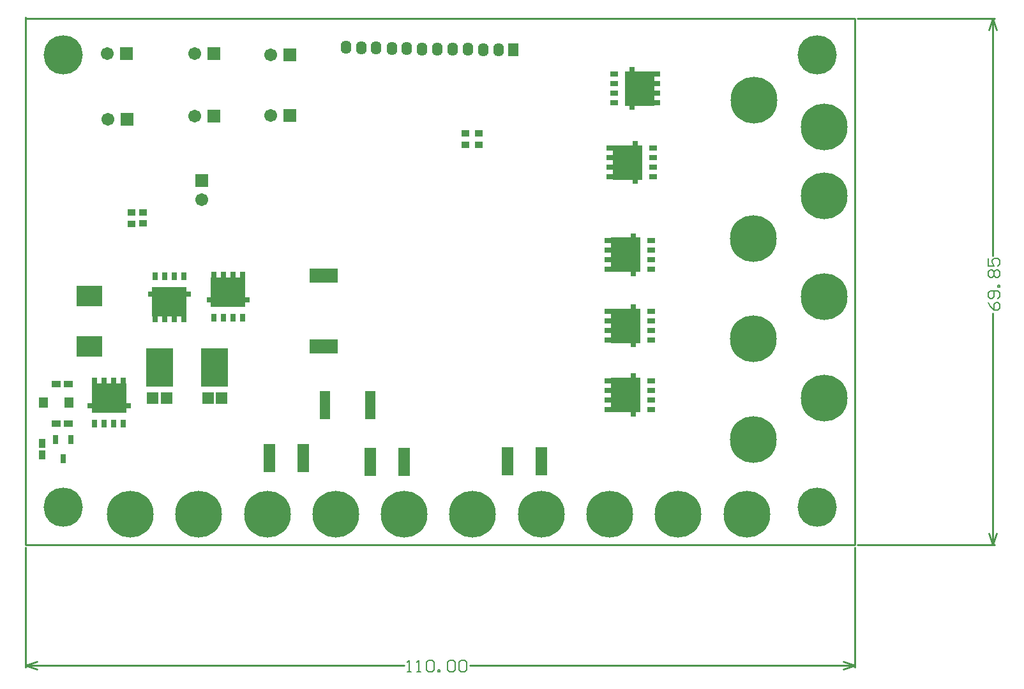
<source format=gbs>
%FSLAX25Y25*%
%MOIN*%
G70*
G01*
G75*
G04 Layer_Color=16711935*
%ADD10C,0.01000*%
%ADD11C,0.00800*%
%ADD12C,0.02000*%
%ADD13C,0.01500*%
%ADD14R,0.07874X0.09843*%
%ADD15R,0.03937X0.02362*%
%ADD16R,0.02756X0.03347*%
%ADD17R,0.03347X0.02756*%
%ADD18R,0.02362X0.03937*%
%ADD19R,0.09843X0.07874*%
%ADD20R,0.03150X0.03000*%
%ADD21R,0.01102X0.02618*%
%ADD22R,0.02618X0.01102*%
%ADD23R,0.08425X0.08425*%
%ADD24R,0.05118X0.03937*%
%ADD25R,0.07087X0.03937*%
%ADD26R,0.13780X0.04724*%
%ADD27R,0.10630X0.03937*%
%ADD28C,0.04000*%
%ADD29R,0.10400X0.19500*%
%ADD30R,0.29800X0.09500*%
%ADD31R,0.09700X0.12600*%
%ADD32R,0.21700X0.08200*%
%ADD33R,0.14400X0.15700*%
%ADD34R,0.31850X0.07800*%
%ADD35R,0.22100X0.07800*%
%ADD36R,0.09250X0.32500*%
%ADD37R,0.35100X0.09500*%
%ADD38R,0.13950X0.24700*%
%ADD39R,0.15400X0.30700*%
%ADD40R,0.11100X0.37200*%
%ADD41R,0.43600X0.19500*%
%ADD42R,0.55200X0.21700*%
%ADD43R,0.28700X0.30200*%
%ADD44R,0.23100X0.37800*%
%ADD45R,0.46700X0.47800*%
%ADD46R,0.48000X1.67000*%
%ADD47R,0.40000X0.63500*%
%ADD48R,2.47000X0.34000*%
%ADD49R,0.27000X0.39600*%
%ADD50R,0.32000X0.43000*%
%ADD51R,0.28000X0.46000*%
%ADD52C,0.00600*%
%ADD53C,0.05906*%
%ADD54R,0.05906X0.05906*%
%ADD55R,0.04724X0.06299*%
%ADD56O,0.04724X0.06299*%
%ADD57C,0.23622*%
%ADD58R,0.05906X0.05906*%
%ADD59C,0.19685*%
%ADD60C,0.03000*%
%ADD61C,0.02000*%
%ADD62C,0.05500*%
%ADD63R,0.03000X0.04000*%
%ADD64R,0.04000X0.03000*%
%ADD65R,0.04331X0.04724*%
%ADD66R,0.12992X0.09843*%
%ADD67R,0.03543X0.02126*%
%ADD68R,0.01969X0.06299*%
%ADD69R,0.14410X0.07874*%
%ADD70R,0.14410X0.09843*%
%ADD71R,0.05118X0.13780*%
%ADD72R,0.04724X0.13780*%
%ADD73R,0.13386X0.19291*%
%ADD74R,0.05512X0.05512*%
%ADD75R,0.09843X0.14410*%
%ADD76R,0.07874X0.14410*%
%ADD77R,0.06299X0.01969*%
%ADD78R,0.02126X0.03543*%
%ADD79R,0.14016X0.07008*%
%ADD80R,0.23900X0.07400*%
%ADD81R,0.06600X0.29900*%
%ADD82R,0.31161X0.10375*%
%ADD83R,0.10100X0.35200*%
%ADD84R,0.32275X0.09409*%
%ADD85R,0.13400X0.33200*%
%ADD86R,0.09200X0.34200*%
%ADD87R,0.31475X0.09309*%
%ADD88R,0.36300X0.11700*%
%ADD89R,0.07800X0.28400*%
%ADD90R,0.34500X0.09900*%
%ADD91R,0.06800X0.25700*%
%ADD92R,0.33050X0.09400*%
%ADD93R,0.08800X0.24200*%
%ADD94R,0.35000X0.11700*%
%ADD95R,0.13000X0.24000*%
%ADD96R,0.32000X2.10000*%
%ADD97R,0.15000X0.04000*%
%ADD98R,0.15000X0.03000*%
%ADD99R,0.65000X0.49000*%
%ADD100R,0.10000X0.48000*%
%ADD101R,0.85000X0.08000*%
%ADD102R,0.38000X0.18000*%
%ADD103R,0.16000X0.49000*%
%ADD104R,0.32000X0.47000*%
%ADD105R,0.03000X0.08000*%
%ADD106C,0.00500*%
%ADD107C,0.00591*%
%ADD108C,0.00787*%
%ADD109R,0.11900X0.28100*%
%ADD110R,0.28600X0.18100*%
%ADD111R,0.25200X0.35000*%
%ADD112R,0.07300X0.32200*%
%ADD113R,0.36300X0.15600*%
%ADD114R,0.19800X0.35200*%
%ADD115R,0.64900X0.18900*%
%ADD116R,0.13100X1.63900*%
%ADD117R,2.36600X0.30300*%
%ADD118R,0.14400X1.76600*%
%ADD119R,0.08674X0.10642*%
%ADD120R,0.04737X0.03162*%
%ADD121R,0.03556X0.04147*%
%ADD122R,0.04147X0.03556*%
%ADD123R,0.03162X0.04737*%
%ADD124R,0.10642X0.08674*%
%ADD125R,0.03950X0.03800*%
%ADD126R,0.01902X0.03418*%
%ADD127R,0.03418X0.01902*%
%ADD128R,0.09225X0.09225*%
%ADD129R,0.05918X0.04737*%
%ADD130R,0.07887X0.04737*%
%ADD131R,0.14579X0.05524*%
%ADD132R,0.11430X0.04737*%
%ADD133C,0.06706*%
%ADD134R,0.06706X0.06706*%
%ADD135R,0.05524X0.07099*%
%ADD136O,0.05524X0.07099*%
%ADD137C,0.24422*%
%ADD138R,0.06706X0.06706*%
%ADD139C,0.20485*%
%ADD140R,0.03800X0.04800*%
%ADD141R,0.04800X0.03800*%
%ADD142R,0.05131X0.05524*%
%ADD143R,0.13792X0.10642*%
%ADD144R,0.04343X0.02926*%
%ADD145R,0.02769X0.07099*%
%ADD146R,0.15210X0.08674*%
%ADD147R,0.15210X0.10642*%
%ADD148R,0.05918X0.14579*%
%ADD149R,0.05524X0.14579*%
%ADD150R,0.14186X0.20091*%
%ADD151R,0.06312X0.06312*%
%ADD152R,0.10642X0.15210*%
%ADD153R,0.08674X0.15210*%
%ADD154R,0.07099X0.02769*%
%ADD155R,0.02926X0.04343*%
%ADD156R,0.14816X0.07808*%
D10*
X433071Y-64000D02*
Y-1500D01*
X0Y-64000D02*
Y-1500D01*
X232030Y-63000D02*
X433071D01*
X0D02*
X197840D01*
X427071Y-61000D02*
X433071Y-63000D01*
X427071Y-65000D02*
X433071Y-63000D01*
X0D02*
X6000Y-65000D01*
X0Y-63000D02*
X6000Y-61000D01*
X434571Y0D02*
X506000D01*
X434571Y275000D02*
X506000D01*
X505000Y0D02*
Y120804D01*
Y150996D02*
Y275000D01*
Y0D02*
X507000Y6000D01*
X503000D02*
X505000Y0D01*
X503000Y269000D02*
X505000Y275000D01*
X507000Y269000D01*
X433071Y0D02*
Y275000D01*
X0Y0D02*
X433071D01*
X0Y275000D02*
X433071D01*
X0Y0D02*
Y275590D01*
D52*
X199441Y-66599D02*
X201440D01*
X200440D01*
Y-60601D01*
X199441Y-61601D01*
X204439Y-66599D02*
X206438D01*
X205438D01*
Y-60601D01*
X204439Y-61601D01*
X209437D02*
X210437Y-60601D01*
X212436D01*
X213436Y-61601D01*
Y-65599D01*
X212436Y-66599D01*
X210437D01*
X209437Y-65599D01*
Y-61601D01*
X215435Y-66599D02*
Y-65599D01*
X216435D01*
Y-66599D01*
X215435D01*
X220434Y-61601D02*
X221433Y-60601D01*
X223433D01*
X224432Y-61601D01*
Y-65599D01*
X223433Y-66599D01*
X221433D01*
X220434Y-65599D01*
Y-61601D01*
X226432D02*
X227431Y-60601D01*
X229431D01*
X230430Y-61601D01*
Y-65599D01*
X229431Y-66599D01*
X227431D01*
X226432Y-65599D01*
Y-61601D01*
X502601Y126403D02*
X503601Y124404D01*
X505600Y122404D01*
X507599D01*
X508599Y123404D01*
Y125403D01*
X507599Y126403D01*
X506600D01*
X505600Y125403D01*
Y122404D01*
X507599Y128402D02*
X508599Y129402D01*
Y131401D01*
X507599Y132401D01*
X503601D01*
X502601Y131401D01*
Y129402D01*
X503601Y128402D01*
X504600D01*
X505600Y129402D01*
Y132401D01*
X508599Y134400D02*
X507599D01*
Y135400D01*
X508599D01*
Y134400D01*
X503601Y139399D02*
X502601Y140399D01*
Y142398D01*
X503601Y143398D01*
X504600D01*
X505600Y142398D01*
X506600Y143398D01*
X507599D01*
X508599Y142398D01*
Y140399D01*
X507599Y139399D01*
X506600D01*
X505600Y140399D01*
X504600Y139399D01*
X503601D01*
X505600Y140399D02*
Y142398D01*
X502601Y149396D02*
Y145397D01*
X505600D01*
X504600Y147396D01*
Y148396D01*
X505600Y149396D01*
X507599D01*
X508599Y148396D01*
Y146397D01*
X507599Y145397D01*
D122*
X55565Y173561D02*
D03*
Y167656D02*
D03*
X61500Y167694D02*
D03*
Y173600D02*
D03*
X229600Y208900D02*
D03*
Y214806D02*
D03*
X236700Y214700D02*
D03*
Y208794D02*
D03*
D123*
X15800Y54700D02*
D03*
X19737Y44857D02*
D03*
X23674Y54700D02*
D03*
D133*
X42900Y256500D02*
D03*
X43000Y222300D02*
D03*
X88500Y256400D02*
D03*
X88400Y223900D02*
D03*
X128100Y255800D02*
D03*
Y224200D02*
D03*
X92000Y180100D02*
D03*
D134*
X52900Y256500D02*
D03*
X53000Y222300D02*
D03*
X98500Y256400D02*
D03*
X98400Y223900D02*
D03*
X138100Y255800D02*
D03*
Y224200D02*
D03*
D135*
X254900Y258400D02*
D03*
D136*
X247026D02*
D03*
X239152D02*
D03*
X231081Y258700D02*
D03*
X215136Y259000D02*
D03*
X223207Y258700D02*
D03*
X191317Y259300D02*
D03*
X183247Y259600D02*
D03*
X199191Y259300D02*
D03*
X207262Y259000D02*
D03*
X167302Y259900D02*
D03*
X175372Y259600D02*
D03*
D137*
X54800Y15900D02*
D03*
X90556D02*
D03*
X126311D02*
D03*
X162067D02*
D03*
X197822D02*
D03*
X233578D02*
D03*
X269333D02*
D03*
X305089D02*
D03*
X340844D02*
D03*
X376600D02*
D03*
X380400Y232200D02*
D03*
X380100Y55000D02*
D03*
Y159867D02*
D03*
X417000Y76500D02*
D03*
Y182300D02*
D03*
X380100Y107433D02*
D03*
X417000Y129400D02*
D03*
Y218300D02*
D03*
D138*
X92000Y190100D02*
D03*
D139*
X413386Y19685D02*
D03*
Y255906D02*
D03*
X19685D02*
D03*
Y19685D02*
D03*
D140*
X8600Y52998D02*
D03*
Y46802D02*
D03*
D141*
X16102Y63100D02*
D03*
X22298D02*
D03*
Y84000D02*
D03*
X16102D02*
D03*
D142*
X9300Y74200D02*
D03*
X22627D02*
D03*
D143*
X33500Y103425D02*
D03*
Y130000D02*
D03*
D144*
X304572Y75662D02*
D03*
Y85662D02*
D03*
X326609D02*
D03*
X304572Y70662D02*
D03*
X326609Y75662D02*
D03*
Y70662D02*
D03*
X304572Y80662D02*
D03*
X326609D02*
D03*
X304572Y111802D02*
D03*
Y121802D02*
D03*
X326609D02*
D03*
X304572Y106802D02*
D03*
X326609Y111802D02*
D03*
Y106802D02*
D03*
X304572Y116803D02*
D03*
X326609D02*
D03*
X304572Y148943D02*
D03*
Y158943D02*
D03*
X326609D02*
D03*
X304572Y143943D02*
D03*
X326609Y148943D02*
D03*
Y143943D02*
D03*
X304572Y153943D02*
D03*
X326609D02*
D03*
X305572Y197083D02*
D03*
Y207083D02*
D03*
X327609D02*
D03*
X305572Y192083D02*
D03*
X327609Y197083D02*
D03*
Y192083D02*
D03*
X305572Y202083D02*
D03*
X327609D02*
D03*
X329578Y240738D02*
D03*
Y230738D02*
D03*
X307540D02*
D03*
X329578Y245738D02*
D03*
X307540Y240738D02*
D03*
Y245738D02*
D03*
X329578Y235738D02*
D03*
X307540D02*
D03*
D145*
X317357Y86036D02*
D03*
Y70288D02*
D03*
Y122177D02*
D03*
Y106429D02*
D03*
Y159317D02*
D03*
Y143569D02*
D03*
X318357Y207457D02*
D03*
Y191709D02*
D03*
X316792Y230364D02*
D03*
Y246112D02*
D03*
D146*
X313322Y82784D02*
D03*
Y118924D02*
D03*
Y156064D02*
D03*
X314322Y204205D02*
D03*
X320828Y233616D02*
D03*
D147*
X313322Y74541D02*
D03*
Y110681D02*
D03*
Y147822D02*
D03*
X314322Y195962D02*
D03*
X320828Y241859D02*
D03*
D148*
X269500Y43500D02*
D03*
X251783D02*
D03*
X197800Y43300D02*
D03*
X180084D02*
D03*
X127500Y45200D02*
D03*
X145217D02*
D03*
D149*
X156500Y72900D02*
D03*
X180122D02*
D03*
D150*
X98900Y92600D02*
D03*
X70100Y92400D02*
D03*
D151*
X95278Y76600D02*
D03*
X102522D02*
D03*
X73722Y76400D02*
D03*
X66478D02*
D03*
D152*
X78759Y126972D02*
D03*
X102241Y131728D02*
D03*
X40141Y76528D02*
D03*
D153*
X70517Y126972D02*
D03*
X110483Y131728D02*
D03*
X48383Y76528D02*
D03*
D154*
X83012Y131008D02*
D03*
X67264D02*
D03*
X97988Y127692D02*
D03*
X113736D02*
D03*
X51636Y72492D02*
D03*
X35888D02*
D03*
D155*
X72638Y140260D02*
D03*
Y118222D02*
D03*
X82638Y140260D02*
D03*
X77638D02*
D03*
X82638Y118222D02*
D03*
X67638Y140260D02*
D03*
Y118222D02*
D03*
X77638D02*
D03*
X108362Y118440D02*
D03*
Y140478D02*
D03*
X98362Y118440D02*
D03*
X103362D02*
D03*
X98362Y140478D02*
D03*
X113362Y118440D02*
D03*
Y140478D02*
D03*
X103362D02*
D03*
X41262Y85278D02*
D03*
X51262D02*
D03*
Y63240D02*
D03*
X36262Y85278D02*
D03*
X41262Y63240D02*
D03*
X36262D02*
D03*
X46262Y85278D02*
D03*
Y63240D02*
D03*
D156*
X155600Y140500D02*
D03*
Y103492D02*
D03*
M02*

</source>
